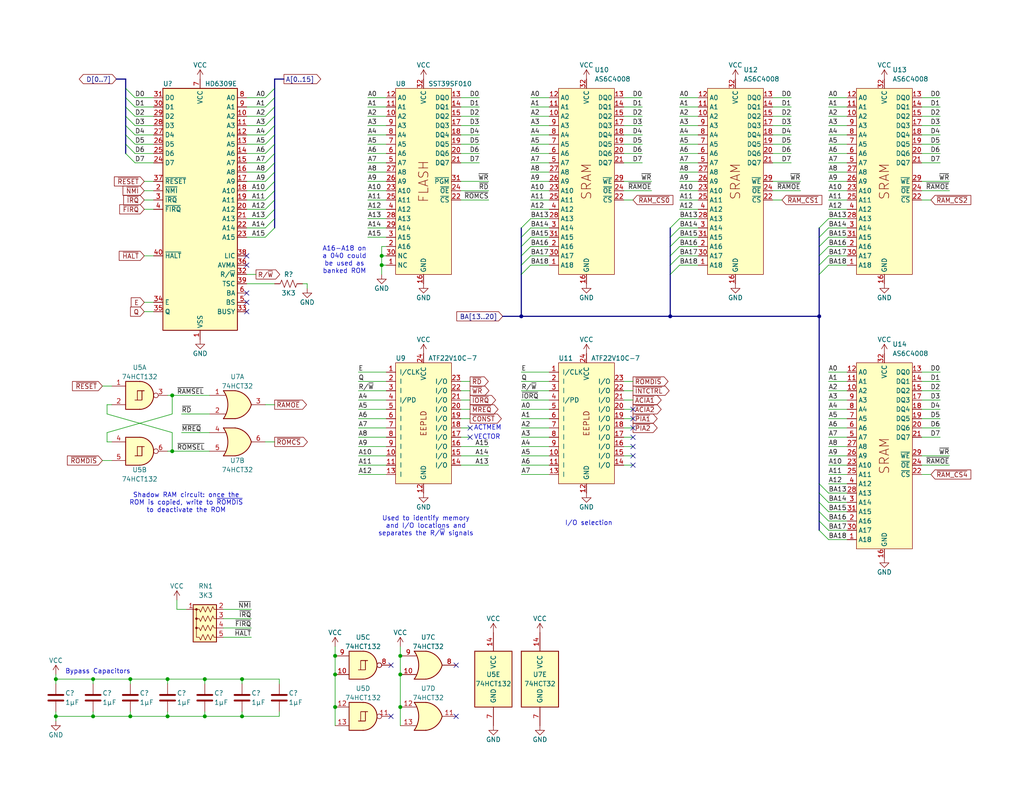
<source format=kicad_sch>
(kicad_sch (version 20230121) (generator eeschema)
  (paper "USLetter")
  (title_block (title "CPU, ROM and RAM") (date "2024-01-16") (rev "1.0") (company "Frédéric Segard") (comment 1 "MicroHobbyist's Retro Homebrew Computers") (comment 2 "microhobbyist.com"))
  (junction (at 104.14 72.39))
  (junction (at 15.24 195.58))
  (junction (at 25.4 195.58))
  (junction (at 109.22 179.07))
  (junction (at 46.99 107.95))
  (junction (at 46.99 123.19))
  (junction (at 91.44 179.07))
  (junction (at 45.72 195.58))
  (junction (at 25.4 185.42))
  (junction (at 104.14 69.85))
  (junction (at 35.56 195.58))
  (junction (at 91.44 193.04))
  (junction (at 182.88 86.36))
  (junction (at 142.24 86.36))
  (junction (at 55.88 185.42))
  (junction (at 45.72 185.42))
  (junction (at 66.04 195.58))
  (junction (at 66.04 185.42))
  (junction (at 15.24 185.42))
  (junction (at 91.44 184.15))
  (junction (at 35.56 185.42))
  (junction (at 109.22 184.15))
  (junction (at 109.22 193.04))
  (junction (at 55.88 195.58))
  (junction (at 223.52 86.36))
  (no_connect (at 128.27 119.38))
  (no_connect (at 124.46 195.58))
  (no_connect (at 128.27 116.84))
  (no_connect (at 67.31 82.55))
  (no_connect (at 67.31 80.01))
  (no_connect (at 172.72 114.3))
  (no_connect (at 172.72 116.84))
  (no_connect (at 67.31 69.85))
  (no_connect (at 106.68 181.61))
  (no_connect (at 172.72 119.38))
  (no_connect (at 67.31 72.39))
  (no_connect (at 124.46 181.61))
  (no_connect (at 67.31 85.09))
  (no_connect (at 172.72 127))
  (no_connect (at 106.68 195.58))
  (no_connect (at 172.72 111.76))
  (no_connect (at 172.72 124.46))
  (no_connect (at 172.72 121.92))
  (bus_entry (at 74.93 34.29) (size -2.54 2.54))
  (bus_entry (at 74.93 49.53) (size -2.54 2.54))
  (bus_entry (at 34.29 29.21) (size 2.54 2.54))
  (bus_entry (at 74.93 62.23) (size -2.54 2.54))
  (bus_entry (at 34.29 36.83) (size 2.54 2.54))
  (bus_entry (at 185.42 67.31) (size -2.54 2.54))
  (bus_entry (at 74.93 36.83) (size -2.54 2.54))
  (bus_entry (at 185.42 59.69) (size -2.54 2.54))
  (bus_entry (at 74.93 39.37) (size -2.54 2.54))
  (bus_entry (at 74.93 31.75) (size -2.54 2.54))
  (bus_entry (at 34.29 24.13) (size 2.54 2.54))
  (bus_entry (at 74.93 52.07) (size -2.54 2.54))
  (bus_entry (at 74.93 26.67) (size -2.54 2.54))
  (bus_entry (at 223.52 137.16) (size 2.54 2.54))
  (bus_entry (at 144.78 72.39) (size -2.54 2.54))
  (bus_entry (at 185.42 69.85) (size -2.54 2.54))
  (bus_entry (at 74.93 46.99) (size -2.54 2.54))
  (bus_entry (at 185.42 72.39) (size -2.54 2.54))
  (bus_entry (at 74.93 54.61) (size -2.54 2.54))
  (bus_entry (at 144.78 64.77) (size -2.54 2.54))
  (bus_entry (at 74.93 24.13) (size -2.54 2.54))
  (bus_entry (at 34.29 31.75) (size 2.54 2.54))
  (bus_entry (at 74.93 57.15) (size -2.54 2.54))
  (bus_entry (at 226.06 64.77) (size -2.54 2.54))
  (bus_entry (at 34.29 34.29) (size 2.54 2.54))
  (bus_entry (at 226.06 62.23) (size -2.54 2.54))
  (bus_entry (at 74.93 41.91) (size -2.54 2.54))
  (bus_entry (at 34.29 41.91) (size 2.54 2.54))
  (bus_entry (at 226.06 72.39) (size -2.54 2.54))
  (bus_entry (at 144.78 69.85) (size -2.54 2.54))
  (bus_entry (at 223.52 132.08) (size 2.54 2.54))
  (bus_entry (at 144.78 67.31) (size -2.54 2.54))
  (bus_entry (at 144.78 59.69) (size -2.54 2.54))
  (bus_entry (at 74.93 59.69) (size -2.54 2.54))
  (bus_entry (at 34.29 26.67) (size 2.54 2.54))
  (bus_entry (at 223.52 134.62) (size 2.54 2.54))
  (bus_entry (at 74.93 29.21) (size -2.54 2.54))
  (bus_entry (at 185.42 64.77) (size -2.54 2.54))
  (bus_entry (at 226.06 69.85) (size -2.54 2.54))
  (bus_entry (at 74.93 44.45) (size -2.54 2.54))
  (bus_entry (at 223.52 142.24) (size 2.54 2.54))
  (bus_entry (at 223.52 144.78) (size 2.54 2.54))
  (bus_entry (at 34.29 39.37) (size 2.54 2.54))
  (bus_entry (at 226.06 59.69) (size -2.54 2.54))
  (bus_entry (at 223.52 139.7) (size 2.54 2.54))
  (bus_entry (at 185.42 62.23) (size -2.54 2.54))
  (bus_entry (at 226.06 67.31) (size -2.54 2.54))
  (bus_entry (at 144.78 62.23) (size -2.54 2.54))
  (wire (pts (xy 256.54 26.67) (xy 251.46 26.67)))
  (wire (pts (xy 175.26 44.45) (xy 170.18 44.45)))
  (wire (pts (xy 142.24 106.68) (xy 149.86 106.68)))
  (wire (pts (xy 149.86 34.29) (xy 144.78 34.29)))
  (wire (pts (xy 97.79 106.68) (xy 105.41 106.68)))
  (wire (pts (xy 231.14 116.84) (xy 226.06 116.84)))
  (wire (pts (xy 46.99 107.95) (xy 46.99 113.03)))
  (wire (pts (xy 149.86 44.45) (xy 144.78 44.45)))
  (bus (pts (xy 223.52 137.16) (xy 223.52 139.7)))
  (wire (pts (xy 226.06 64.77) (xy 231.14 64.77)))
  (wire (pts (xy 29.21 110.49) (xy 29.21 113.03)))
  (bus (pts (xy 223.52 86.36) (xy 223.52 132.08)))
  (wire (pts (xy 170.18 49.53) (xy 177.8 49.53)))
  (wire (pts (xy 175.26 39.37) (xy 170.18 39.37)))
  (bus (pts (xy 74.93 41.91) (xy 74.93 39.37)))
  (wire (pts (xy 36.83 26.67) (xy 41.91 26.67)))
  (wire (pts (xy 91.44 179.07) (xy 91.44 184.15)))
  (wire (pts (xy 74.93 77.47) (xy 67.31 77.47)))
  (wire (pts (xy 36.83 41.91) (xy 41.91 41.91)))
  (wire (pts (xy 83.82 77.47) (xy 82.55 77.47)))
  (wire (pts (xy 104.14 72.39) (xy 105.41 72.39)))
  (wire (pts (xy 55.88 194.31) (xy 55.88 195.58)))
  (wire (pts (xy 46.99 118.11) (xy 46.99 123.19)))
  (wire (pts (xy 256.54 116.84) (xy 251.46 116.84)))
  (wire (pts (xy 105.41 39.37) (xy 100.33 39.37)))
  (wire (pts (xy 144.78 69.85) (xy 149.86 69.85)))
  (wire (pts (xy 29.21 118.11) (xy 29.21 120.65)))
  (wire (pts (xy 170.18 54.61) (xy 172.72 54.61)))
  (wire (pts (xy 231.14 39.37) (xy 226.06 39.37)))
  (bus (pts (xy 142.24 86.36) (xy 182.88 86.36)))
  (wire (pts (xy 256.54 101.6) (xy 251.46 101.6)))
  (bus (pts (xy 142.24 69.85) (xy 142.24 72.39)))
  (wire (pts (xy 60.96 168.91) (xy 68.58 168.91)))
  (wire (pts (xy 60.96 166.37) (xy 68.58 166.37)))
  (bus (pts (xy 137.16 86.36) (xy 142.24 86.36)))
  (wire (pts (xy 190.5 44.45) (xy 185.42 44.45)))
  (wire (pts (xy 36.83 44.45) (xy 41.91 44.45)))
  (wire (pts (xy 256.54 106.68) (xy 251.46 106.68)))
  (wire (pts (xy 170.18 111.76) (xy 172.72 111.76)))
  (wire (pts (xy 130.81 31.75) (xy 125.73 31.75)))
  (wire (pts (xy 67.31 52.07) (xy 72.39 52.07)))
  (wire (pts (xy 226.06 147.32) (xy 231.14 147.32)))
  (wire (pts (xy 91.44 193.04) (xy 91.44 198.12)))
  (wire (pts (xy 215.9 36.83) (xy 210.82 36.83)))
  (wire (pts (xy 226.06 67.31) (xy 231.14 67.31)))
  (wire (pts (xy 231.14 106.68) (xy 226.06 106.68)))
  (wire (pts (xy 39.37 69.85) (xy 41.91 69.85)))
  (wire (pts (xy 251.46 124.46) (xy 259.08 124.46)))
  (wire (pts (xy 104.14 69.85) (xy 105.41 69.85)))
  (wire (pts (xy 175.26 26.67) (xy 170.18 26.67)))
  (wire (pts (xy 226.06 72.39) (xy 231.14 72.39)))
  (wire (pts (xy 67.31 29.21) (xy 72.39 29.21)))
  (wire (pts (xy 67.31 74.93) (xy 69.85 74.93)))
  (wire (pts (xy 231.14 59.69) (xy 226.06 59.69)))
  (wire (pts (xy 231.14 62.23) (xy 226.06 62.23)))
  (wire (pts (xy 60.96 171.45) (xy 68.58 171.45)))
  (wire (pts (xy 190.5 62.23) (xy 185.42 62.23)))
  (wire (pts (xy 67.31 57.15) (xy 72.39 57.15)))
  (wire (pts (xy 256.54 111.76) (xy 251.46 111.76)))
  (wire (pts (xy 67.31 39.37) (xy 72.39 39.37)))
  (wire (pts (xy 125.73 124.46) (xy 133.35 124.46)))
  (wire (pts (xy 190.5 39.37) (xy 185.42 39.37)))
  (wire (pts (xy 125.73 106.68) (xy 128.27 106.68)))
  (wire (pts (xy 109.22 193.04) (xy 109.22 198.12)))
  (wire (pts (xy 67.31 62.23) (xy 72.39 62.23)))
  (wire (pts (xy 170.18 121.92) (xy 172.72 121.92)))
  (wire (pts (xy 67.31 46.99) (xy 72.39 46.99)))
  (wire (pts (xy 27.94 125.73) (xy 30.48 125.73)))
  (wire (pts (xy 256.54 39.37) (xy 251.46 39.37)))
  (bus (pts (xy 34.29 24.13) (xy 34.29 21.59)))
  (bus (pts (xy 223.52 74.93) (xy 223.52 86.36)))
  (wire (pts (xy 251.46 129.54) (xy 254 129.54)))
  (wire (pts (xy 105.41 49.53) (xy 100.33 49.53)))
  (wire (pts (xy 251.46 54.61) (xy 254 54.61)))
  (wire (pts (xy 15.24 195.58) (xy 25.4 195.58)))
  (bus (pts (xy 74.93 36.83) (xy 74.93 34.29)))
  (wire (pts (xy 231.14 104.14) (xy 226.06 104.14)))
  (wire (pts (xy 231.14 44.45) (xy 226.06 44.45)))
  (wire (pts (xy 67.31 31.75) (xy 72.39 31.75)))
  (bus (pts (xy 31.75 21.59) (xy 34.29 21.59)))
  (wire (pts (xy 142.24 124.46) (xy 149.86 124.46)))
  (wire (pts (xy 190.5 49.53) (xy 185.42 49.53)))
  (wire (pts (xy 185.42 64.77) (xy 190.5 64.77)))
  (wire (pts (xy 39.37 85.09) (xy 41.91 85.09)))
  (wire (pts (xy 231.14 101.6) (xy 226.06 101.6)))
  (wire (pts (xy 97.79 124.46) (xy 105.41 124.46)))
  (wire (pts (xy 256.54 34.29) (xy 251.46 34.29)))
  (wire (pts (xy 105.41 44.45) (xy 100.33 44.45)))
  (bus (pts (xy 74.93 44.45) (xy 74.93 41.91)))
  (bus (pts (xy 74.93 57.15) (xy 74.93 54.61)))
  (wire (pts (xy 130.81 39.37) (xy 125.73 39.37)))
  (bus (pts (xy 223.52 67.31) (xy 223.52 69.85)))
  (wire (pts (xy 210.82 54.61) (xy 213.36 54.61)))
  (bus (pts (xy 223.52 134.62) (xy 223.52 137.16)))
  (wire (pts (xy 215.9 39.37) (xy 210.82 39.37)))
  (wire (pts (xy 104.14 72.39) (xy 104.14 74.93)))
  (wire (pts (xy 97.79 104.14) (xy 105.41 104.14)))
  (wire (pts (xy 144.78 64.77) (xy 149.86 64.77)))
  (wire (pts (xy 67.31 59.69) (xy 72.39 59.69)))
  (bus (pts (xy 223.52 72.39) (xy 223.52 74.93)))
  (bus (pts (xy 74.93 54.61) (xy 74.93 52.07)))
  (wire (pts (xy 256.54 29.21) (xy 251.46 29.21)))
  (wire (pts (xy 55.88 185.42) (xy 55.88 186.69)))
  (wire (pts (xy 66.04 194.31) (xy 66.04 195.58)))
  (wire (pts (xy 109.22 176.53) (xy 109.22 179.07)))
  (wire (pts (xy 226.06 69.85) (xy 231.14 69.85)))
  (wire (pts (xy 45.72 123.19) (xy 46.99 123.19)))
  (wire (pts (xy 35.56 185.42) (xy 45.72 185.42)))
  (bus (pts (xy 74.93 59.69) (xy 74.93 57.15)))
  (wire (pts (xy 91.44 184.15) (xy 91.44 193.04)))
  (wire (pts (xy 170.18 127) (xy 172.72 127)))
  (wire (pts (xy 105.41 29.21) (xy 100.33 29.21)))
  (bus (pts (xy 223.52 142.24) (xy 223.52 144.78)))
  (wire (pts (xy 149.86 49.53) (xy 144.78 49.53)))
  (wire (pts (xy 105.41 52.07) (xy 100.33 52.07)))
  (wire (pts (xy 210.82 49.53) (xy 218.44 49.53)))
  (wire (pts (xy 97.79 101.6) (xy 105.41 101.6)))
  (wire (pts (xy 149.86 54.61) (xy 144.78 54.61)))
  (wire (pts (xy 15.24 195.58) (xy 15.24 196.85)))
  (wire (pts (xy 105.41 26.67) (xy 100.33 26.67)))
  (wire (pts (xy 231.14 49.53) (xy 226.06 49.53)))
  (wire (pts (xy 36.83 29.21) (xy 41.91 29.21)))
  (wire (pts (xy 215.9 44.45) (xy 210.82 44.45)))
  (wire (pts (xy 142.24 114.3) (xy 149.86 114.3)))
  (wire (pts (xy 190.5 46.99) (xy 185.42 46.99)))
  (wire (pts (xy 231.14 54.61) (xy 226.06 54.61)))
  (bus (pts (xy 142.24 67.31) (xy 142.24 69.85)))
  (wire (pts (xy 149.86 26.67) (xy 144.78 26.67)))
  (wire (pts (xy 142.24 119.38) (xy 149.86 119.38)))
  (wire (pts (xy 175.26 36.83) (xy 170.18 36.83)))
  (wire (pts (xy 142.24 101.6) (xy 149.86 101.6)))
  (bus (pts (xy 74.93 26.67) (xy 74.93 24.13)))
  (wire (pts (xy 170.18 114.3) (xy 172.72 114.3)))
  (wire (pts (xy 36.83 39.37) (xy 41.91 39.37)))
  (wire (pts (xy 231.14 52.07) (xy 226.06 52.07)))
  (bus (pts (xy 34.29 41.91) (xy 34.29 39.37)))
  (wire (pts (xy 231.14 114.3) (xy 226.06 114.3)))
  (wire (pts (xy 231.14 34.29) (xy 226.06 34.29)))
  (bus (pts (xy 182.88 62.23) (xy 182.88 64.77)))
  (wire (pts (xy 231.14 127) (xy 226.06 127)))
  (wire (pts (xy 72.39 120.65) (xy 74.93 120.65)))
  (wire (pts (xy 142.24 104.14) (xy 149.86 104.14)))
  (wire (pts (xy 104.14 69.85) (xy 104.14 72.39)))
  (wire (pts (xy 125.73 114.3) (xy 128.27 114.3)))
  (wire (pts (xy 55.88 195.58) (xy 66.04 195.58)))
  (wire (pts (xy 105.41 46.99) (xy 100.33 46.99)))
  (bus (pts (xy 182.88 64.77) (xy 182.88 67.31)))
  (wire (pts (xy 109.22 184.15) (xy 109.22 193.04)))
  (wire (pts (xy 130.81 44.45) (xy 125.73 44.45)))
  (wire (pts (xy 45.72 194.31) (xy 45.72 195.58)))
  (wire (pts (xy 215.9 31.75) (xy 210.82 31.75)))
  (wire (pts (xy 149.86 29.21) (xy 144.78 29.21)))
  (wire (pts (xy 97.79 119.38) (xy 105.41 119.38)))
  (wire (pts (xy 149.86 31.75) (xy 144.78 31.75)))
  (wire (pts (xy 215.9 26.67) (xy 210.82 26.67)))
  (wire (pts (xy 231.14 111.76) (xy 226.06 111.76)))
  (wire (pts (xy 142.24 121.92) (xy 149.86 121.92)))
  (wire (pts (xy 175.26 34.29) (xy 170.18 34.29)))
  (wire (pts (xy 39.37 49.53) (xy 41.91 49.53)))
  (wire (pts (xy 72.39 110.49) (xy 74.93 110.49)))
  (wire (pts (xy 190.5 34.29) (xy 185.42 34.29)))
  (wire (pts (xy 231.14 41.91) (xy 226.06 41.91)))
  (wire (pts (xy 231.14 29.21) (xy 226.06 29.21)))
  (wire (pts (xy 35.56 194.31) (xy 35.56 195.58)))
  (wire (pts (xy 105.41 62.23) (xy 100.33 62.23)))
  (wire (pts (xy 251.46 52.07) (xy 259.08 52.07)))
  (wire (pts (xy 49.53 113.03) (xy 57.15 113.03)))
  (wire (pts (xy 231.14 57.15) (xy 226.06 57.15)))
  (wire (pts (xy 142.24 109.22) (xy 149.86 109.22)))
  (wire (pts (xy 256.54 104.14) (xy 251.46 104.14)))
  (bus (pts (xy 182.88 74.93) (xy 182.88 86.36)))
  (wire (pts (xy 170.18 109.22) (xy 172.72 109.22)))
  (wire (pts (xy 170.18 116.84) (xy 172.72 116.84)))
  (wire (pts (xy 215.9 34.29) (xy 210.82 34.29)))
  (wire (pts (xy 46.99 113.03) (xy 29.21 118.11)))
  (wire (pts (xy 125.73 49.53) (xy 133.35 49.53)))
  (wire (pts (xy 35.56 195.58) (xy 45.72 195.58)))
  (bus (pts (xy 142.24 62.23) (xy 142.24 64.77)))
  (wire (pts (xy 105.41 41.91) (xy 100.33 41.91)))
  (bus (pts (xy 34.29 39.37) (xy 34.29 36.83)))
  (wire (pts (xy 125.73 119.38) (xy 128.27 119.38)))
  (wire (pts (xy 130.81 26.67) (xy 125.73 26.67)))
  (wire (pts (xy 55.88 185.42) (xy 66.04 185.42)))
  (wire (pts (xy 27.94 105.41) (xy 30.48 105.41)))
  (wire (pts (xy 83.82 78.74) (xy 83.82 77.47)))
  (bus (pts (xy 142.24 64.77) (xy 142.24 67.31)))
  (bus (pts (xy 74.93 34.29) (xy 74.93 31.75)))
  (wire (pts (xy 215.9 29.21) (xy 210.82 29.21)))
  (wire (pts (xy 97.79 121.92) (xy 105.41 121.92)))
  (bus (pts (xy 74.93 21.59) (xy 77.47 21.59)))
  (wire (pts (xy 149.86 41.91) (xy 144.78 41.91)))
  (wire (pts (xy 105.41 59.69) (xy 100.33 59.69)))
  (wire (pts (xy 125.73 121.92) (xy 133.35 121.92)))
  (wire (pts (xy 36.83 36.83) (xy 41.91 36.83)))
  (wire (pts (xy 190.5 26.67) (xy 185.42 26.67)))
  (wire (pts (xy 256.54 36.83) (xy 251.46 36.83)))
  (wire (pts (xy 39.37 82.55) (xy 41.91 82.55)))
  (wire (pts (xy 105.41 36.83) (xy 100.33 36.83)))
  (wire (pts (xy 190.5 29.21) (xy 185.42 29.21)))
  (wire (pts (xy 25.4 194.31) (xy 25.4 195.58)))
  (wire (pts (xy 256.54 114.3) (xy 251.46 114.3)))
  (wire (pts (xy 67.31 64.77) (xy 72.39 64.77)))
  (wire (pts (xy 125.73 109.22) (xy 128.27 109.22)))
  (wire (pts (xy 215.9 41.91) (xy 210.82 41.91)))
  (wire (pts (xy 185.42 67.31) (xy 190.5 67.31)))
  (wire (pts (xy 39.37 57.15) (xy 41.91 57.15)))
  (wire (pts (xy 142.24 129.54) (xy 149.86 129.54)))
  (wire (pts (xy 226.06 144.78) (xy 231.14 144.78)))
  (bus (pts (xy 34.29 36.83) (xy 34.29 34.29)))
  (wire (pts (xy 45.72 185.42) (xy 45.72 186.69)))
  (wire (pts (xy 66.04 195.58) (xy 76.2 195.58)))
  (wire (pts (xy 15.24 184.15) (xy 15.24 185.42)))
  (wire (pts (xy 125.73 104.14) (xy 128.27 104.14)))
  (wire (pts (xy 190.5 57.15) (xy 185.42 57.15)))
  (wire (pts (xy 66.04 185.42) (xy 76.2 185.42)))
  (wire (pts (xy 142.24 116.84) (xy 149.86 116.84)))
  (bus (pts (xy 182.88 69.85) (xy 182.88 72.39)))
  (wire (pts (xy 190.5 36.83) (xy 185.42 36.83)))
  (wire (pts (xy 97.79 116.84) (xy 105.41 116.84)))
  (wire (pts (xy 67.31 44.45) (xy 72.39 44.45)))
  (wire (pts (xy 231.14 121.92) (xy 226.06 121.92)))
  (wire (pts (xy 256.54 31.75) (xy 251.46 31.75)))
  (bus (pts (xy 74.93 29.21) (xy 74.93 26.67)))
  (wire (pts (xy 133.35 127) (xy 125.73 127)))
  (wire (pts (xy 130.81 34.29) (xy 125.73 34.29)))
  (wire (pts (xy 45.72 107.95) (xy 46.99 107.95)))
  (wire (pts (xy 104.14 67.31) (xy 105.41 67.31)))
  (wire (pts (xy 149.86 52.07) (xy 144.78 52.07)))
  (wire (pts (xy 29.21 113.03) (xy 46.99 118.11)))
  (wire (pts (xy 100.33 64.77) (xy 105.41 64.77)))
  (bus (pts (xy 142.24 74.93) (xy 142.24 86.36)))
  (wire (pts (xy 76.2 194.31) (xy 76.2 195.58)))
  (wire (pts (xy 231.14 31.75) (xy 226.06 31.75)))
  (wire (pts (xy 170.18 104.14) (xy 172.72 104.14)))
  (bus (pts (xy 74.93 62.23) (xy 74.93 59.69)))
  (wire (pts (xy 105.41 31.75) (xy 100.33 31.75)))
  (wire (pts (xy 125.73 116.84) (xy 128.27 116.84)))
  (wire (pts (xy 30.48 110.49) (xy 29.21 110.49)))
  (wire (pts (xy 104.14 67.31) (xy 104.14 69.85)))
  (wire (pts (xy 190.5 31.75) (xy 185.42 31.75)))
  (wire (pts (xy 125.73 54.61) (xy 133.35 54.61)))
  (wire (pts (xy 190.5 54.61) (xy 185.42 54.61)))
  (wire (pts (xy 36.83 31.75) (xy 41.91 31.75)))
  (bus (pts (xy 74.93 46.99) (xy 74.93 44.45)))
  (wire (pts (xy 25.4 185.42) (xy 25.4 186.69)))
  (bus (pts (xy 182.88 72.39) (xy 182.88 74.93)))
  (wire (pts (xy 142.24 127) (xy 149.86 127)))
  (bus (pts (xy 34.29 31.75) (xy 34.29 29.21)))
  (bus (pts (xy 34.29 29.21) (xy 34.29 26.67)))
  (wire (pts (xy 256.54 44.45) (xy 251.46 44.45)))
  (wire (pts (xy 67.31 26.67) (xy 72.39 26.67)))
  (wire (pts (xy 91.44 176.53) (xy 91.44 179.07)))
  (wire (pts (xy 97.79 111.76) (xy 105.41 111.76)))
  (wire (pts (xy 48.26 163.83) (xy 48.26 166.37)))
  (wire (pts (xy 149.86 36.83) (xy 144.78 36.83)))
  (wire (pts (xy 231.14 119.38) (xy 226.06 119.38)))
  (wire (pts (xy 60.96 173.99) (xy 68.58 173.99)))
  (bus (pts (xy 223.52 139.7) (xy 223.52 142.24)))
  (wire (pts (xy 97.79 129.54) (xy 105.41 129.54)))
  (wire (pts (xy 251.46 49.53) (xy 259.08 49.53)))
  (wire (pts (xy 149.86 57.15) (xy 144.78 57.15)))
  (wire (pts (xy 251.46 127) (xy 259.08 127)))
  (wire (pts (xy 190.5 59.69) (xy 185.42 59.69)))
  (wire (pts (xy 46.99 123.19) (xy 57.15 123.19)))
  (wire (pts (xy 175.26 31.75) (xy 170.18 31.75)))
  (wire (pts (xy 149.86 62.23) (xy 144.78 62.23)))
  (wire (pts (xy 231.14 129.54) (xy 226.06 129.54)))
  (wire (pts (xy 97.79 109.22) (xy 105.41 109.22)))
  (wire (pts (xy 45.72 185.42) (xy 55.88 185.42)))
  (wire (pts (xy 256.54 109.22) (xy 251.46 109.22)))
  (bus (pts (xy 223.52 69.85) (xy 223.52 72.39)))
  (wire (pts (xy 130.81 41.91) (xy 125.73 41.91)))
  (wire (pts (xy 175.26 41.91) (xy 170.18 41.91)))
  (wire (pts (xy 231.14 134.62) (xy 226.06 134.62)))
  (bus (pts (xy 182.88 67.31) (xy 182.88 69.85)))
  (wire (pts (xy 67.31 41.91) (xy 72.39 41.91)))
  (wire (pts (xy 105.41 34.29) (xy 100.33 34.29)))
  (wire (pts (xy 39.37 54.61) (xy 41.91 54.61)))
  (bus (pts (xy 74.93 24.13) (xy 74.93 21.59)))
  (wire (pts (xy 185.42 69.85) (xy 190.5 69.85)))
  (wire (pts (xy 29.21 120.65) (xy 30.48 120.65)))
  (wire (pts (xy 130.81 36.83) (xy 125.73 36.83)))
  (wire (pts (xy 231.14 46.99) (xy 226.06 46.99)))
  (wire (pts (xy 15.24 194.31) (xy 15.24 195.58)))
  (wire (pts (xy 36.83 34.29) (xy 41.91 34.29)))
  (wire (pts (xy 76.2 185.42) (xy 76.2 186.69)))
  (wire (pts (xy 15.24 185.42) (xy 15.24 186.69)))
  (wire (pts (xy 231.14 124.46) (xy 226.06 124.46)))
  (wire (pts (xy 149.86 59.69) (xy 144.78 59.69)))
  (wire (pts (xy 105.41 57.15) (xy 100.33 57.15)))
  (wire (pts (xy 142.24 111.76) (xy 149.86 111.76)))
  (wire (pts (xy 149.86 46.99) (xy 144.78 46.99)))
  (wire (pts (xy 67.31 34.29) (xy 72.39 34.29)))
  (wire (pts (xy 231.14 26.67) (xy 226.06 26.67)))
  (bus (pts (xy 223.52 64.77) (xy 223.52 67.31)))
  (wire (pts (xy 130.81 29.21) (xy 125.73 29.21)))
  (wire (pts (xy 149.86 39.37) (xy 144.78 39.37)))
  (wire (pts (xy 226.06 139.7) (xy 231.14 139.7)))
  (wire (pts (xy 170.18 52.07) (xy 177.8 52.07)))
  (wire (pts (xy 231.14 109.22) (xy 226.06 109.22)))
  (bus (pts (xy 34.29 26.67) (xy 34.29 24.13)))
  (wire (pts (xy 25.4 185.42) (xy 35.56 185.42)))
  (wire (pts (xy 39.37 52.07) (xy 41.91 52.07)))
  (wire (pts (xy 256.54 41.91) (xy 251.46 41.91)))
  (bus (pts (xy 74.93 31.75) (xy 74.93 29.21)))
  (wire (pts (xy 125.73 111.76) (xy 128.27 111.76)))
  (bus (pts (xy 74.93 39.37) (xy 74.93 36.83)))
  (wire (pts (xy 97.79 127) (xy 105.41 127)))
  (wire (pts (xy 67.31 36.83) (xy 72.39 36.83)))
  (wire (pts (xy 226.06 142.24) (xy 231.14 142.24)))
  (wire (pts (xy 109.22 179.07) (xy 109.22 184.15)))
  (wire (pts (xy 231.14 137.16) (xy 226.06 137.16)))
  (wire (pts (xy 231.14 36.83) (xy 226.06 36.83)))
  (bus (pts (xy 142.24 72.39) (xy 142.24 74.93)))
  (wire (pts (xy 97.79 114.3) (xy 105.41 114.3)))
  (bus (pts (xy 74.93 52.07) (xy 74.93 49.53)))
  (wire (pts (xy 49.53 118.11) (xy 57.15 118.11)))
  (wire (pts (xy 25.4 195.58) (xy 35.56 195.58)))
  (wire (pts (xy 231.14 132.08) (xy 226.06 132.08)))
  (wire (pts (xy 190.5 41.91) (xy 185.42 41.91)))
  (wire (pts (xy 105.41 54.61) (xy 100.33 54.61)))
  (bus (pts (xy 74.93 49.53) (xy 74.93 46.99)))
  (wire (pts (xy 67.31 54.61) (xy 72.39 54.61)))
  (wire (pts (xy 125.73 52.07) (xy 133.35 52.07)))
  (wire (pts (xy 144.78 72.39) (xy 149.86 72.39)))
  (wire (pts (xy 170.18 106.68) (xy 172.72 106.68)))
  (wire (pts (xy 66.04 185.42) (xy 66.04 186.69)))
  (wire (pts (xy 170.18 119.38) (xy 172.72 119.38)))
  (wire (pts (xy 185.42 72.39) (xy 190.5 72.39)))
  (wire (pts (xy 256.54 119.38) (xy 251.46 119.38)))
  (wire (pts (xy 190.5 52.07) (xy 185.42 52.07)))
  (wire (pts (xy 35.56 185.42) (xy 35.56 186.69)))
  (wire (pts (xy 67.31 49.53) (xy 72.39 49.53)))
  (wire (pts (xy 144.78 67.31) (xy 149.86 67.31)))
  (bus (pts (xy 182.88 86.36) (xy 223.52 86.36)))
  (bus (pts (xy 223.52 62.23) (xy 223.52 64.77)))
  (wire (pts (xy 15.24 185.42) (xy 25.4 185.42)))
  (bus (pts (xy 34.29 34.29) (xy 34.29 31.75)))
  (wire (pts (xy 210.82 52.07) (xy 218.44 52.07)))
  (wire (pts (xy 46.99 107.95) (xy 57.15 107.95)))
  (bus (pts (xy 223.52 132.08) (xy 223.52 134.62)))
  (wire (pts (xy 175.26 29.21) (xy 170.18 29.21)))
  (wire (pts (xy 170.18 124.46) (xy 172.72 124.46)))
  (wire (pts (xy 48.26 166.37) (xy 50.8 166.37)))
  (wire (pts (xy 45.72 195.58) (xy 55.88 195.58)))
  (text_box "Used to identify memory and I/O locations and separates the R/~{W} signals" (at 101.6 139.7 0) (size 29.21 8.89) (stroke (width -0.0001)) (effects (font (size 1.27 1.27)) (justify top)))
  (text_box "A16-A18 on a 040 could be used as banked ROM" (at 86.36 66.04 0) (size 15.24 8.89) (stroke (width -0.0001)) (effects (font (size 1.27 1.27)) (justify top)))
  (text_box "Shadow RAM circuit: once the ROM is copied, write to ~{ROMDIS} to deactivate the ROM" (at 34.29 133.35 0) (size 33.02 7.62) (stroke (width -0.0001)) (effects (font (size 1.27 1.27)) (justify top)))
  (text_box "I/O selection" (at 146.05 140.97 0) (size 29.21 8.89) (stroke (width -0.0001)) (effects (font (size 1.27 1.27)) (justify top)))
  (text "VECTOR" (at 129.286 120.142 0) (effects (font (size 1.27 1.27)) (justify left bottom)))
  (text "Bypass Capacitors" (at 17.78 184.15 0) (effects (font (size 1.27 1.27)) (justify left bottom)))
  (text "ACTMEM" (at 129.286 117.602 0) (effects (font (size 1.27 1.27)) (justify left bottom)))
  (label "A11" (at 226.06 54.61 0))
  (label "A9" (at 97.79 121.92 0))
  (label "A6" (at 97.79 114.3 0))
  (label "BA15" (at 144.78 64.77 0))
  (label "A10" (at 144.78 52.07 0))
  (label "A12" (at 185.42 57.15 0))
  (label "E" (at 142.24 101.6 0))
  (label "A10" (at 72.39 52.07 180))
  (label "A2" (at 72.39 31.75 180))
  (label "A5" (at 100.33 39.37 0))
  (label "A9" (at 185.42 49.53 0))
  (label "A5" (at 72.39 39.37 180))
  (label "D4" (at 256.54 36.83 180))
  (label "A4" (at 97.79 109.22 0))
  (label "D7" (at 175.26 44.45 180))
  (label "D2" (at 130.81 31.75 180))
  (label "A2" (at 142.24 116.84 0))
  (label "A4" (at 226.06 111.76 0))
  (label "A7" (at 97.79 116.84 0))
  (label "A15" (at 133.35 121.92 180))
  (label "A8" (at 100.33 46.99 0))
  (label "D0" (at 130.81 26.67 180))
  (label "D1" (at 130.81 29.21 180))
  (label "D6" (at 215.9 41.91 180))
  (label "D5" (at 130.81 39.37 180))
  (label "D0" (at 175.26 26.67 180))
  (label "A12" (at 226.06 132.08 0))
  (label "A1" (at 185.42 29.21 0))
  (label "BA17" (at 226.06 144.78 0))
  (label "A4" (at 226.06 36.83 0))
  (label "A0" (at 100.33 26.67 0))
  (label "D4" (at 256.54 111.76 180))
  (label "A2" (at 185.42 31.75 0))
  (label "A14" (at 133.35 124.46 180))
  (label "A12" (at 72.39 57.15 180))
  (label "A8" (at 72.39 46.99 180))
  (label "A3" (at 226.06 109.22 0))
  (label "D6" (at 175.26 41.91 180))
  (label "A12" (at 226.06 57.15 0))
  (label "BA18" (at 226.06 72.39 0))
  (label "BA13" (at 144.78 59.69 0))
  (label "BA14" (at 144.78 62.23 0))
  (label "A3" (at 185.42 34.29 0))
  (label "A6" (at 144.78 41.91 0))
  (label "D1" (at 256.54 29.21 180))
  (label "D2" (at 256.54 31.75 180))
  (label "BA18" (at 226.06 147.32 0))
  (label "~{WR}" (at 177.8 49.53 180))
  (label "A3" (at 144.78 34.29 0))
  (label "BA13" (at 226.06 134.62 0))
  (label "A10" (at 100.33 52.07 0))
  (label "A4" (at 72.39 36.83 180))
  (label "BA17" (at 226.06 69.85 0))
  (label "~{IRQ}" (at 68.58 168.91 180))
  (label "~{RAMOE}" (at 259.08 52.07 180))
  (label "A4" (at 142.24 121.92 0))
  (label "~{WR}" (at 218.44 49.53 180))
  (label "A9" (at 72.39 49.53 180))
  (label "A7" (at 226.06 44.45 0))
  (label "BA13" (at 226.06 59.69 0))
  (label "A0" (at 185.42 26.67 0))
  (label "D1" (at 215.9 29.21 180))
  (label "~{FIRQ}" (at 68.58 171.45 180))
  (label "A10" (at 97.79 124.46 0))
  (label "A9" (at 100.33 49.53 0))
  (label "A10" (at 226.06 52.07 0))
  (label "D5" (at 256.54 39.37 180))
  (label "A10" (at 185.42 52.07 0))
  (label "A6" (at 100.33 41.91 0))
  (label "A11" (at 72.39 54.61 180))
  (label "A11" (at 185.42 54.61 0))
  (label "D6" (at 256.54 116.84 180))
  (label "A3" (at 72.39 34.29 180))
  (label "A8" (at 226.06 46.99 0))
  (label "A7" (at 142.24 129.54 0))
  (label "D2" (at 256.54 106.68 180))
  (label "A1" (at 144.78 29.21 0))
  (label "D4" (at 215.9 36.83 180))
  (label "A5" (at 97.79 111.76 0))
  (label "D5" (at 256.54 114.3 180))
  (label "D4" (at 36.83 36.83 0))
  (label "A14" (at 72.39 62.23 180))
  (label "D1" (at 175.26 29.21 180))
  (label "A9" (at 144.78 49.53 0))
  (label "A1" (at 142.24 114.3 0))
  (label "A1" (at 226.06 29.21 0))
  (label "A13" (at 72.39 59.69 180))
  (label "A5" (at 142.24 124.46 0))
  (label "D2" (at 215.9 31.75 180))
  (label "A0" (at 72.39 26.67 180))
  (label "A8" (at 185.42 46.99 0))
  (label "A7" (at 185.42 44.45 0))
  (label "~{RAMOE}" (at 177.8 52.07 180))
  (label "A11" (at 100.33 54.61 0))
  (label "A11" (at 144.78 54.61 0))
  (label "D7" (at 256.54 44.45 180))
  (label "A6" (at 185.42 41.91 0))
  (label "BA16" (at 144.78 67.31 0))
  (label "A8" (at 97.79 119.38 0))
  (label "D3" (at 36.83 34.29 0))
  (label "~{NMI}" (at 68.58 166.37 180))
  (label "~{MREQ}" (at 49.53 118.11 0))
  (label "A15" (at 72.39 64.77 180))
  (label "D4" (at 175.26 36.83 180))
  (label "D6" (at 130.81 41.91 180))
  (label "D2" (at 175.26 31.75 180))
  (label "A11" (at 97.79 127 0))
  (label "D7" (at 215.9 44.45 180))
  (label "A5" (at 226.06 114.3 0))
  (label "BA14" (at 226.06 137.16 0))
  (label "A11" (at 226.06 129.54 0))
  (label "A4" (at 185.42 36.83 0))
  (label "D5" (at 175.26 39.37 180))
  (label "A3" (at 100.33 34.29 0))
  (label "A12" (at 144.78 57.15 0))
  (label "A7" (at 100.33 44.45 0))
  (label "D1" (at 256.54 104.14 180))
  (label "A5" (at 226.06 39.37 0))
  (label "D3" (at 256.54 34.29 180))
  (label "A13" (at 100.33 59.69 0))
  (label "~{WR}" (at 259.08 124.46 180))
  (label "E" (at 97.79 101.6 0))
  (label "A1" (at 100.33 29.21 0))
  (label "A3" (at 226.06 34.29 0))
  (label "A15" (at 100.33 64.77 0))
  (label "A9" (at 226.06 49.53 0))
  (label "A12" (at 100.33 57.15 0))
  (label "A14" (at 100.33 62.23 0))
  (label "A9" (at 226.06 124.46 0))
  (label "~{WR}" (at 133.35 49.53 180))
  (label "A6" (at 226.06 116.84 0))
  (label "BA14" (at 185.42 62.23 0))
  (label "D4" (at 130.81 36.83 180))
  (label "R{slash}~{W}" (at 97.79 106.68 0))
  (label "A2" (at 100.33 31.75 0))
  (label "BA14" (at 226.06 62.23 0))
  (label "D6" (at 36.83 41.91 0))
  (label "A7" (at 72.39 44.45 180))
  (label "D0" (at 256.54 26.67 180))
  (label "~{RD}" (at 133.35 52.07 180))
  (label "~{HALT}" (at 68.58 173.99 180))
  (label "A0" (at 226.06 26.67 0))
  (label "D5" (at 215.9 39.37 180))
  (label "A5" (at 185.42 39.37 0))
  (label "~{IORQ}" (at 142.24 109.22 0))
  (label "BA16" (at 226.06 67.31 0))
  (label "~{WR}" (at 259.08 49.53 180))
  (label "A1" (at 226.06 104.14 0))
  (label "BA15" (at 226.06 139.7 0))
  (label "BA16" (at 226.06 142.24 0))
  (label "~{RAMOE}" (at 218.44 52.07 180))
  (label "A2" (at 226.06 106.68 0))
  (label "D3" (at 130.81 34.29 180))
  (label "A7" (at 226.06 119.38 0))
  (label "~{RAMOE}" (at 259.08 127 180))
  (label "BA18" (at 185.42 72.39 0))
  (label "D7" (at 130.81 44.45 180))
  (label "D5" (at 36.83 39.37 0))
  (label "D3" (at 215.9 34.29 180))
  (label "Q" (at 142.24 104.14 0))
  (label "D1" (at 36.83 29.21 0))
  (label "D6" (at 256.54 41.91 180))
  (label "~{ROMSEL}" (at 48.26 123.19 0))
  (label "D7" (at 36.83 44.45 0))
  (label "D0" (at 36.83 26.67 0))
  (label "D3" (at 175.26 34.29 180))
  (label "~{RAMSEL}" (at 48.26 107.95 0))
  (label "~{RD}" (at 49.53 113.03 0))
  (label "Q" (at 97.79 104.14 0))
  (label "A4" (at 100.33 36.83 0))
  (label "A1" (at 72.39 29.21 180))
  (label "A8" (at 144.78 46.99 0))
  (label "A0" (at 142.24 111.76 0))
  (label "A5" (at 144.78 39.37 0))
  (label "~{ROMCS}" (at 133.35 54.61 180))
  (label "A13" (at 133.35 127 180))
  (label "A2" (at 226.06 31.75 0))
  (label "BA17" (at 144.78 69.85 0))
  (label "A4" (at 144.78 36.83 0))
  (label "D0" (at 215.9 26.67 180))
  (label "BA16" (at 185.42 67.31 0))
  (label "A7" (at 144.78 44.45 0))
  (label "BA13" (at 185.42 59.69 0))
  (label "A10" (at 226.06 127 0))
  (label "BA15" (at 226.06 64.77 0))
  (label "BA15" (at 185.42 64.77 0))
  (label "BA18" (at 144.78 72.39 0))
  (label "A0" (at 144.78 26.67 0))
  (label "BA17" (at 185.42 69.85 0))
  (label "A0" (at 226.06 101.6 0))
  (label "A6" (at 226.06 41.91 0))
  (label "A12" (at 97.79 129.54 0))
  (label "A8" (at 226.06 121.92 0))
  (label "A2" (at 144.78 31.75 0))
  (label "A6" (at 72.39 41.91 180))
  (label "D2" (at 36.83 31.75 0))
  (label "D7" (at 256.54 119.38 180))
  (label "A3" (at 142.24 119.38 0))
  (label "A6" (at 142.24 127 0))
  (label "D0" (at 256.54 101.6 180))
  (label "R{slash}~{W}" (at 142.24 106.68 0))
  (label "D3" (at 256.54 109.22 180))
  (global_label "~{IRQ}" (shape input) (at 39.37 54.61 180) (property "Intersheetrefs" "${INTERSHEET_REFS}" (effects hide)))
  (global_label "~{RESET}" (shape input) (at 27.94 105.41 180) (property "Intersheetrefs" "${INTERSHEET_REFS}" (effects hide)))
  (global_label "~{RD}" (shape output) (at 128.27 104.14 0) (property "Intersheetrefs" "${INTERSHEET_REFS}" (effects hide)))
  (global_label "~{NMI}" (shape input) (at 39.37 52.07 180) (property "Intersheetrefs" "${INTERSHEET_REFS}" (effects hide)))
  (global_label "~{PIA2}" (shape output) (at 172.72 116.84 0) (property "Intersheetrefs" "${INTERSHEET_REFS}" (effects hide)))
  (global_label "~{IORQ}" (shape output) (at 128.27 109.22 0) (property "Intersheetrefs" "${INTERSHEET_REFS}" (effects hide)))
  (global_label "~{RAM_CS4}" (shape input) (at 254 129.54 0) (property "Intersheetrefs" "${INTERSHEET_REFS}" (effects hide)))
  (global_label "~{INTCTRL}" (shape output) (at 172.72 106.68 0) (property "Intersheetrefs" "${INTERSHEET_REFS}" (effects hide)))
  (global_label "A[0..15]" (shape output) (at 77.47 21.59 0) (property "Intersheetrefs" "${INTERSHEET_REFS}" (effects hide)))
  (global_label "R{slash}~{W}" (shape output) (at 69.85 74.93 0) (property "Intersheetrefs" "${INTERSHEET_REFS}" (effects hide)))
  (global_label "~{RAM_CS0}" (shape input) (at 172.72 54.61 0) (property "Intersheetrefs" "${INTERSHEET_REFS}" (effects hide)))
  (global_label "BA[13..20]" (shape input) (at 137.16 86.36 180) (property "Intersheetrefs" "${INTERSHEET_REFS}" (effects hide)))
  (global_label "~{PIA1}" (shape output) (at 172.72 114.3 0) (property "Intersheetrefs" "${INTERSHEET_REFS}" (effects hide)))
  (global_label "~{RAM_CS1}" (shape input) (at 213.36 54.61 0) (property "Intersheetrefs" "${INTERSHEET_REFS}" (effects hide)))
  (global_label "~{ROMDIS}" (shape output) (at 172.72 104.14 0) (property "Intersheetrefs" "${INTERSHEET_REFS}" (effects hide)))
  (global_label "~{CONST}" (shape output) (at 128.27 114.3 0) (property "Intersheetrefs" "${INTERSHEET_REFS}" (effects hide)))
  (global_label "Q" (shape input) (at 39.37 85.09 180) (property "Intersheetrefs" "${INTERSHEET_REFS}" (effects hide)))
  (global_label "~{RESET}" (shape input) (at 39.37 49.53 180) (property "Intersheetrefs" "${INTERSHEET_REFS}" (effects hide)))
  (global_label "~{RAM_CS2}" (shape input) (at 254 54.61 0) (property "Intersheetrefs" "${INTERSHEET_REFS}" (effects hide)))
  (global_label "~{WR}" (shape output) (at 128.27 106.68 0) (property "Intersheetrefs" "${INTERSHEET_REFS}" (effects hide)))
  (global_label "D[0..7]" (shape bidirectional) (at 31.75 21.59 180) (property "Intersheetrefs" "${INTERSHEET_REFS}" (effects hide)))
  (global_label "~{ROMDIS}" (shape input) (at 27.94 125.73 180) (property "Intersheetrefs" "${INTERSHEET_REFS}" (effects hide)))
  (global_label "~{MREQ}" (shape output) (at 128.27 111.76 0) (property "Intersheetrefs" "${INTERSHEET_REFS}" (effects hide)))
  (global_label "~{FIRQ}" (shape input) (at 39.37 57.15 180) (property "Intersheetrefs" "${INTERSHEET_REFS}" (effects hide)))
  (global_label "~{ROMCS}" (shape output) (at 74.93 120.65 0) (property "Intersheetrefs" "${INTERSHEET_REFS}" (effects hide)))
  (global_label "E" (shape input) (at 39.37 82.55 180) (property "Intersheetrefs" "${INTERSHEET_REFS}" (effects hide)))
  (global_label "~{HALT}" (shape input) (at 39.37 69.85 180) (property "Intersheetrefs" "${INTERSHEET_REFS}" (effects hide)))
  (global_label "~{ACIA2}" (shape output) (at 172.72 111.76 0) (property "Intersheetrefs" "${INTERSHEET_REFS}" (effects hide)))
  (global_label "~{RAMOE}" (shape output) (at 74.93 110.49 0) (property "Intersheetrefs" "${INTERSHEET_REFS}" (effects hide)))
  (global_label "~{ACIA1}" (shape output) (at 172.72 109.22 0) (property "Intersheetrefs" "${INTERSHEET_REFS}" (effects hide)))
  (symbol (lib_id "power:GND") (at 104.14 74.93 0) (unit 1)
    (property "Reference" "#PWR?" (effects hide))
    (property "Value" "GND" (at 104.14 78.74 0))
    (instances (project "Ep5 - Memory Management Unit (MMU)" (path "" (reference "#PWR?") (unit 1)) (path "" (reference "#PWR036") (unit 1))))
  )
  (symbol (lib_id "Device:C") (at 25.4 190.5 0) (unit 1)
    (property "Reference" "C?" (at 27.94 189.23 0) (effects (justify left)))
    (property "Value" "1µF" (at 27.94 191.77 0) (effects (justify left)))
    (instances (project "Ep5 - Memory Management Unit (MMU)" (path "" (reference "C?") (unit 1)) (path "" (reference "C11") (unit 1))))
  )
  (symbol (lib_id "power:GND") (at 160.02 134.62 0) (unit 1)
    (property "Reference" "#PWR?" (effects hide))
    (property "Value" "GND" (at 160.02 138.43 0))
    (instances (project "Ep5 - Memory Management Unit (MMU)" (path "" (reference "#PWR?") (unit 1)) (path "" (reference "#PWR049") (unit 1))))
  )
  (symbol (lib_id "74xx:74LS32") (at 64.77 110.49 0) (unit 1)
    (property "Reference" "U7" (at 64.77 102.87 0))
    (property "Value" "74HCT32" (at 64.77 105.41 0))
    (property "Datasheet" "http://www.ti.com/lit/gpn/sn74LS32" (effects hide))
  )
  (symbol (lib_id "74xx:74LS132") (at 134.62 185.42 0) (unit 5)
    (property "Reference" "U5" (at 134.62 184.15 0))
    (property "Value" "74HCT132" (at 134.62 186.69 0))
    (property "Datasheet" "http://www.ti.com/lit/gpn/sn74LS132" (effects hide))
  )
  (symbol (lib_id "power:VCC") (at 147.32 172.72 0) (unit 1)
    (property "Reference" "#PWR?" (effects hide))
    (property "Value" "VCC" (at 147.32 168.91 0))
    (instances (project "Ep5 - Memory Management Unit (MMU)" (path "" (reference "#PWR?") (unit 1)) (path "" (reference "#PWR044") (unit 1))))
  )
  (symbol (lib_id "power:VCC") (at 241.3 21.59 0) (unit 1)
    (property "Reference" "#PWR?" (effects hide))
    (property "Value" "VCC" (at 241.3 17.78 0))
    (instances (project "Ep5 - Memory Management Unit (MMU)" (path "" (reference "#PWR?") (unit 1)) (path "" (reference "#PWR052") (unit 1))))
  )
  (symbol (lib_id "0_Library:ATF22V10C") (at 160.02 97.79 0) (unit 1)
    (property "Reference" "U11" (at 152.4 97.79 0) (effects (justify left)))
    (property "Value" "ATF22V10C-7" (at 161.29 97.79 0) (effects (justify left)))
    (property "Footprint" "Package_DIP:DIP-24_W7.62mm" (effects hide))
    (property "Datasheet" "http://ww1.microchip.com/downloads/en/DeviceDoc/doc0735.pdf" (effects hide))
  )
  (symbol (lib_id "74xx:74LS32") (at 116.84 195.58 0) (unit 4)
    (property "Reference" "U7" (at 116.84 187.96 0))
    (property "Value" "74HCT32" (at 116.84 190.5 0))
    (property "Datasheet" "http://www.ti.com/lit/gpn/sn74LS32" (effects hide))
  )
  (symbol (lib_id "0_Library:AS6C4008") (at 200.66 24.13 0) (unit 1)
    (property "Reference" "U12" (at 202.8541 19.05 0) (effects (justify left)))
    (property "Value" "AS6C4008" (at 202.8541 21.59 0) (effects (justify left)))
    (property "Footprint" "Package_DIP:DIP-32_W15.24mm" (effects hide))
    (property "Datasheet" "https://www.alliancememory.com/wp-content/uploads/pdf/AS6C4008.pdf" (effects hide))
  )
  (symbol (lib_id "Device:C") (at 35.56 190.5 0) (unit 1)
    (property "Reference" "C?" (at 38.1 189.23 0) (effects (justify left)))
    (property "Value" "1µF" (at 38.1 191.77 0) (effects (justify left)))
    (instances (project "Ep5 - Memory Management Unit (MMU)" (path "" (reference "C?") (unit 1)) (path "" (reference "C12") (unit 1))))
  )
  (symbol (lib_id "CPU_NXP_6800:MC6809E") (at 54.61 57.15 0) (unit 1)
    (property "Reference" "U?" (at 44.45 22.86 0) (effects (justify left)))
    (property "Value" "HD6309E" (at 55.88 22.86 0) (effects (justify left)))
    (property "Footprint" "Package_DIP:DIP-40_W15.24mm" (effects hide))
    (property "Datasheet" "http://pdf.datasheetcatalog.com/datasheet/motorola/MC68B09S.pdf" (effects hide))
    (instances (project "Ep5 - Memory Management Unit (MMU)" (path "" (reference "U?") (unit 1)) (path "" (reference "U6") (unit 1))))
  )
  (symbol (lib_id "Device:C") (at 45.72 190.5 0) (unit 1)
    (property "Reference" "C?" (at 48.26 189.23 0) (effects (justify left)))
    (property "Value" "1µF" (at 48.26 191.77 0) (effects (justify left)))
    (instances (project "Ep5 - Memory Management Unit (MMU)" (path "" (reference "C?") (unit 1)) (path "" (reference "C13") (unit 1))))
  )
  (symbol (lib_id "74xx:74LS132") (at 38.1 107.95 0) (unit 1)
    (property "Reference" "U5" (at 38.1 100.33 0))
    (property "Value" "74HCT132" (at 38.1 102.87 0))
    (property "Datasheet" "http://www.ti.com/lit/gpn/sn74LS132" (effects hide))
  )
  (symbol (lib_id "Device:R_US") (at 78.74 77.47 90) (unit 1)
    (property "Reference" "R?" (at 78.74 74.93 90))
    (property "Value" "3K3" (at 78.74 80.01 90))
    (instances (project "Ep5 - Memory Management Unit (MMU)" (path "" (reference "R?") (unit 1)) (path "" (reference "R4") (unit 1))))
  )
  (symbol (lib_id "Device:C") (at 76.2 190.5 0) (unit 1)
    (property "Reference" "C?" (at 78.74 189.23 0) (effects (justify left)))
    (property "Value" "1µF" (at 78.74 191.77 0) (effects (justify left)))
    (instances (project "Ep5 - Memory Management Unit (MMU)" (path "" (reference "C?") (unit 1)) (path "" (reference "C16") (unit 1))))
  )
  (symbol (lib_id "power:GND") (at 115.57 77.47 0) (unit 1)
    (property "Reference" "#PWR?" (effects hide))
    (property "Value" "GND" (at 115.57 81.28 0))
    (instances (project "Ep5 - Memory Management Unit (MMU)" (path "" (reference "#PWR?") (unit 1)) (path "" (reference "#PWR039") (unit 1))))
  )
  (symbol (lib_id "power:VCC") (at 91.44 176.53 0) (unit 1)
    (property "Reference" "#PWR?" (effects hide))
    (property "Value" "VCC" (at 91.44 172.72 0))
    (instances (project "Ep5 - Memory Management Unit (MMU)" (path "" (reference "#PWR?") (unit 1)) (path "" (reference "#PWR035") (unit 1))))
  )
  (symbol (lib_id "power:GND") (at 54.61 92.71 0) (unit 1)
    (property "Reference" "#PWR?" (effects hide))
    (property "Value" "GND" (at 54.61 96.52 0))
    (instances (project "Ep5 - Memory Management Unit (MMU)" (path "" (reference "#PWR?") (unit 1)) (path "" (reference "#PWR033") (unit 1))))
  )
  (symbol (lib_id "0_Library:AS6C4008") (at 241.3 99.06 0) (unit 1)
    (property "Reference" "U14" (at 243.4941 93.98 0) (effects (justify left)))
    (property "Value" "AS6C4008" (at 243.4941 96.52 0) (effects (justify left)))
    (property "Footprint" "Package_DIP:DIP-32_W15.24mm" (effects hide))
    (property "Datasheet" "https://www.alliancememory.com/wp-content/uploads/pdf/AS6C4008.pdf" (effects hide))
  )
  (symbol (lib_id "power:GND") (at 241.3 77.47 0) (unit 1)
    (property "Reference" "#PWR?" (effects hide))
    (property "Value" "GND" (at 241.3 81.28 0))
    (instances (project "Ep5 - Memory Management Unit (MMU)" (path "" (reference "#PWR?") (unit 1)) (path "" (reference "#PWR053") (unit 1))))
  )
  (symbol (lib_id "power:VCC") (at 134.62 172.72 0) (unit 1)
    (property "Reference" "#PWR?" (effects hide))
    (property "Value" "VCC" (at 134.62 168.91 0))
    (instances (project "Ep5 - Memory Management Unit (MMU)" (path "" (reference "#PWR?") (unit 1)) (path "" (reference "#PWR042") (unit 1))))
  )
  (symbol (lib_id "power:GND") (at 134.62 198.12 0) (unit 1)
    (property "Reference" "#PWR?" (effects hide))
    (property "Value" "GND" (at 134.62 201.93 0))
    (instances (project "Ep5 - Memory Management Unit (MMU)" (path "" (reference "#PWR?") (unit 1)) (path "" (reference "#PWR043") (unit 1))))
  )
  (symbol (lib_id "0_Library:AS6C4008") (at 241.3 24.13 0) (unit 1)
    (property "Reference" "U13" (at 243.4941 19.05 0) (effects (justify left)))
    (property "Value" "AS6C4008" (at 243.4941 21.59 0) (effects (justify left)))
    (property "Footprint" "Package_DIP:DIP-32_W15.24mm" (effects hide))
    (property "Datasheet" "https://www.alliancememory.com/wp-content/uploads/pdf/AS6C4008.pdf" (effects hide))
  )
  (symbol (lib_id "power:GND") (at 160.02 77.47 0) (unit 1)
    (property "Reference" "#PWR?" (effects hide))
    (property "Value" "GND" (at 160.02 81.28 0))
    (instances (project "Ep5 - Memory Management Unit (MMU)" (path "" (reference "#PWR?") (unit 1)) (path "" (reference "#PWR047") (unit 1))))
  )
  (symbol (lib_id "Device:C") (at 15.24 190.5 0) (unit 1)
    (property "Reference" "C?" (at 17.78 189.23 0) (effects (justify left)))
    (property "Value" "1µF" (at 17.78 191.77 0) (effects (justify left)))
    (instances (project "Ep5 - Memory Management Unit (MMU)" (path "" (reference "C?") (unit 1)) (path "" (reference "C10") (unit 1))))
  )
  (symbol (lib_id "power:VCC") (at 54.61 21.59 0) (unit 1)
    (property "Reference" "#PWR?" (effects hide))
    (property "Value" "VCC" (at 54.61 17.78 0))
    (instances (project "Ep5 - Memory Management Unit (MMU)" (path "" (reference "#PWR?") (unit 1)) (path "" (reference "#PWR032") (unit 1))))
  )
  (symbol (lib_id "0_Library:SST39SF010") (at 115.57 24.13 0) (unit 1)
    (property "Reference" "U8" (at 107.95 22.86 0) (effects (justify left)))
    (property "Value" "SST39SF010" (at 116.84 22.86 0) (effects (justify left)))
    (property "Footprint" "Package_DIP:DIP-32_W15.24mm" (effects hide))
    (property "Datasheet" "https://ww1.microchip.com/downloads/en/DeviceDoc/20005022C.pdf" (effects hide))
  )
  (symbol (lib_id "0_Library:ATF22V10C") (at 115.57 97.79 0) (unit 1)
    (property "Reference" "U9" (at 107.95 97.79 0) (effects (justify left)))
    (property "Value" "ATF22V10C-7" (at 116.84 97.79 0) (effects (justify left)))
    (property "Footprint" "Package_DIP:DIP-24_W7.62mm" (effects hide))
    (property "Datasheet" "http://ww1.microchip.com/downloads/en/DeviceDoc/doc0735.pdf" (effects hide))
  )
  (symbol (lib_id "Device:R_Network04_US") (at 55.88 171.45 90) (mirror x) (unit 1)
    (property "Reference" "RN1" (at 56.134 160.02 90))
    (property "Value" "3K3" (at 56.134 162.56 90))
    (property "Footprint" "Resistor_THT:R_Array_SIP5" (effects hide))
    (property "Datasheet" "http://www.vishay.com/docs/31509/csc.pdf" (effects hide))
  )
  (symbol (lib_id "74xx:74LS32") (at 116.84 181.61 0) (unit 3)
    (property "Reference" "U7" (at 116.84 173.99 0))
    (property "Value" "74HCT32" (at 116.84 176.53 0))
    (property "Datasheet" "http://www.ti.com/lit/gpn/sn74LS32" (effects hide))
  )
  (symbol (lib_id "74xx:74LS132") (at 38.1 123.19 0) (unit 2)
    (property "Reference" "U5" (at 38.1 128.27 0))
    (property "Value" "74HCT132" (at 38.1 130.81 0))
    (property "Datasheet" "http://www.ti.com/lit/gpn/sn74LS132" (effects hide))
  )
  (symbol (lib_id "74xx:74LS132") (at 99.06 181.61 0) (unit 3)
    (property "Reference" "U5" (at 99.06 173.99 0))
    (property "Value" "74HCT132" (at 99.06 176.53 0))
    (property "Datasheet" "http://www.ti.com/lit/gpn/sn74LS132" (effects hide))
  )
  (symbol (lib_id "power:VCC") (at 48.26 163.83 0) (unit 1)
    (property "Reference" "#PWR?" (effects hide))
    (property "Value" "VCC" (at 48.26 160.02 0))
    (instances (project "Ep5 - Memory Management Unit (MMU)" (path "" (reference "#PWR?") (unit 1)) (path "" (reference "#PWR031") (unit 1))))
  )
  (symbol (lib_id "power:GND") (at 200.66 77.47 0) (unit 1)
    (property "Reference" "#PWR?" (effects hide))
    (property "Value" "GND" (at 200.66 81.28 0))
    (instances (project "Ep5 - Memory Management Unit (MMU)" (path "" (reference "#PWR?") (unit 1)) (path "" (reference "#PWR051") (unit 1))))
  )
  (symbol (lib_id "power:VCC") (at 15.24 184.15 0) (unit 1)
    (property "Reference" "#PWR?" (effects hide))
    (property "Value" "VCC" (at 15.24 180.34 0))
    (instances (project "Ep5 - Memory Management Unit (MMU)" (path "" (reference "#PWR?") (unit 1)) (path "" (reference "#PWR029") (unit 1))))
  )
  (symbol (lib_id "Device:C") (at 66.04 190.5 0) (unit 1)
    (property "Reference" "C?" (at 68.58 189.23 0) (effects (justify left)))
    (property "Value" "1µF" (at 68.58 191.77 0) (effects (justify left)))
    (instances (project "Ep5 - Memory Management Unit (MMU)" (path "" (reference "C?") (unit 1)) (path "" (reference "C15") (unit 1))))
  )
  (symbol (lib_id "power:VCC") (at 115.57 21.59 0) (unit 1)
    (property "Reference" "#PWR?" (effects hide))
    (property "Value" "VCC" (at 115.57 17.78 0))
    (instances (project "Ep5 - Memory Management Unit (MMU)" (path "" (reference "#PWR?") (unit 1)) (path "" (reference "#PWR038") (unit 1))))
  )
  (symbol (lib_id "power:VCC") (at 241.3 96.52 0) (unit 1)
    (property "Reference" "#PWR?" (effects hide))
    (property "Value" "VCC" (at 241.3 92.71 0))
    (instances (project "Ep5 - Memory Management Unit (MMU)" (path "" (reference "#PWR?") (unit 1)) (path "" (reference "#PWR054") (unit 1))))
  )
  (symbol (lib_id "power:GND") (at 147.32 198.12 0) (unit 1)
    (property "Reference" "#PWR?" (effects hide))
    (property "Value" "GND" (at 147.32 201.93 0))
    (instances (project "Ep5 - Memory Management Unit (MMU)" (path "" (reference "#PWR?") (unit 1)) (path "" (reference "#PWR045") (unit 1))))
  )
  (symbol (lib_id "power:GND") (at 241.3 152.4 0) (unit 1)
    (property "Reference" "#PWR?" (effects hide))
    (property "Value" "GND" (at 241.3 156.21 0))
    (instances (project "Ep5 - Memory Management Unit (MMU)" (path "" (reference "#PWR?") (unit 1)) (path "" (reference "#PWR055") (unit 1))))
  )
  (symbol (lib_id "0_Library:AS6C4008") (at 160.02 24.13 0) (unit 1)
    (property "Reference" "U10" (at 162.2141 19.05 0) (effects (justify left)))
    (property "Value" "AS6C4008" (at 162.2141 21.59 0) (effects (justify left)))
    (property "Footprint" "Package_DIP:DIP-32_W15.24mm" (effects hide))
    (property "Datasheet" "https://www.alliancememory.com/wp-content/uploads/pdf/AS6C4008.pdf" (effects hide))
  )
  (symbol (lib_id "power:VCC") (at 160.02 96.52 0) (unit 1)
    (property "Reference" "#PWR?" (effects hide))
    (property "Value" "VCC" (at 160.02 92.71 0))
    (instances (project "Ep5 - Memory Management Unit (MMU)" (path "" (reference "#PWR?") (unit 1)) (path "" (reference "#PWR048") (unit 1))))
  )
  (symbol (lib_id "Device:C") (at 55.88 190.5 0) (unit 1)
    (property "Reference" "C?" (at 58.42 189.23 0) (effects (justify left)))
    (property "Value" "1µF" (at 58.42 191.77 0) (effects (justify left)))
    (instances (project "Ep5 - Memory Management Unit (MMU)" (path "" (reference "C?") (unit 1)) (path "" (reference "C14") (unit 1))))
  )
  (symbol (lib_id "74xx:74LS32") (at 64.77 120.65 0) (unit 2)
    (property "Reference" "U7" (at 64.77 125.73 0))
    (property "Value" "74HCT32" (at 64.77 128.27 0))
    (property "Datasheet" "http://www.ti.com/lit/gpn/sn74LS32" (effects hide))
  )
  (symbol (lib_id "74xx:74LS132") (at 99.06 195.58 0) (unit 4)
    (property "Reference" "U5" (at 99.06 187.96 0))
    (property "Value" "74HCT132" (at 99.06 190.5 0))
    (property "Datasheet" "http://www.ti.com/lit/gpn/sn74LS132" (effects hide))
  )
  (symbol (lib_id "power:VCC") (at 160.02 21.59 0) (unit 1)
    (property "Reference" "#PWR?" (effects hide))
    (property "Value" "VCC" (at 160.02 17.78 0))
    (instances (project "Ep5 - Memory Management Unit (MMU)" (path "" (reference "#PWR?") (unit 1)) (path "" (reference "#PWR046") (unit 1))))
  )
  (symbol (lib_id "power:GND") (at 115.57 134.62 0) (unit 1)
    (property "Reference" "#PWR?" (effects hide))
    (property "Value" "GND" (at 115.57 138.43 0))
    (instances (project "Ep5 - Memory Management Unit (MMU)" (path "" (reference "#PWR?") (unit 1)) (path "" (reference "#PWR041") (unit 1))))
  )
  (symbol (lib_id "power:GND") (at 83.82 78.74 0) (unit 1)
    (property "Reference" "#PWR?" (effects hide))
    (property "Value" "GND" (at 83.82 82.55 0))
    (instances (project "Ep5 - Memory Management Unit (MMU)" (path "" (reference "#PWR?") (unit 1)) (path "" (reference "#PWR034") (unit 1))))
  )
  (symbol (lib_id "power:VCC") (at 109.22 176.53 0) (unit 1)
    (property "Reference" "#PWR?" (effects hide))
    (property "Value" "VCC" (at 109.22 172.72 0))
    (instances (project "Ep5 - Memory Management Unit (MMU)" (path "" (reference "#PWR?") (unit 1)) (path "" (reference "#PWR037") (unit 1))))
  )
  (symbol (lib_id "power:VCC") (at 200.66 21.59 0) (unit 1)
    (property "Reference" "#PWR?" (effects hide))
    (property "Value" "VCC" (at 200.66 17.78 0))
    (instances (project "Ep5 - Memory Management Unit (MMU)" (path "" (reference "#PWR?") (unit 1)) (path "" (reference "#PWR050") (unit 1))))
  )
  (symbol (lib_id "74xx:74LS32") (at 147.32 185.42 0) (unit 5)
    (property "Reference" "U7" (at 147.32 184.15 0))
    (property "Value" "74HCT32" (at 147.32 186.69 0))
    (property "Datasheet" "http://www.ti.com/lit/gpn/sn74LS32" (effects hide))
  )
  (symbol (lib_id "power:VCC") (at 115.57 96.52 0) (unit 1)
    (property "Reference" "#PWR?" (effects hide))
    (property "Value" "VCC" (at 115.57 92.71 0))
    (instances (project "Ep5 - Memory Management Unit (MMU)" (path "" (reference "#PWR?") (unit 1)) (path "" (reference "#PWR040") (unit 1))))
  )
  (symbol (lib_id "power:GND") (at 15.24 196.85 0) (unit 1)
    (property "Reference" "#PWR?" (effects hide))
    (property "Value" "GND" (at 15.24 200.66 0))
    (instances (project "Ep5 - Memory Management Unit (MMU)" (path "" (reference "#PWR?") (unit 1)) (path "" (reference "#PWR030") (unit 1))))
  )
)
</source>
